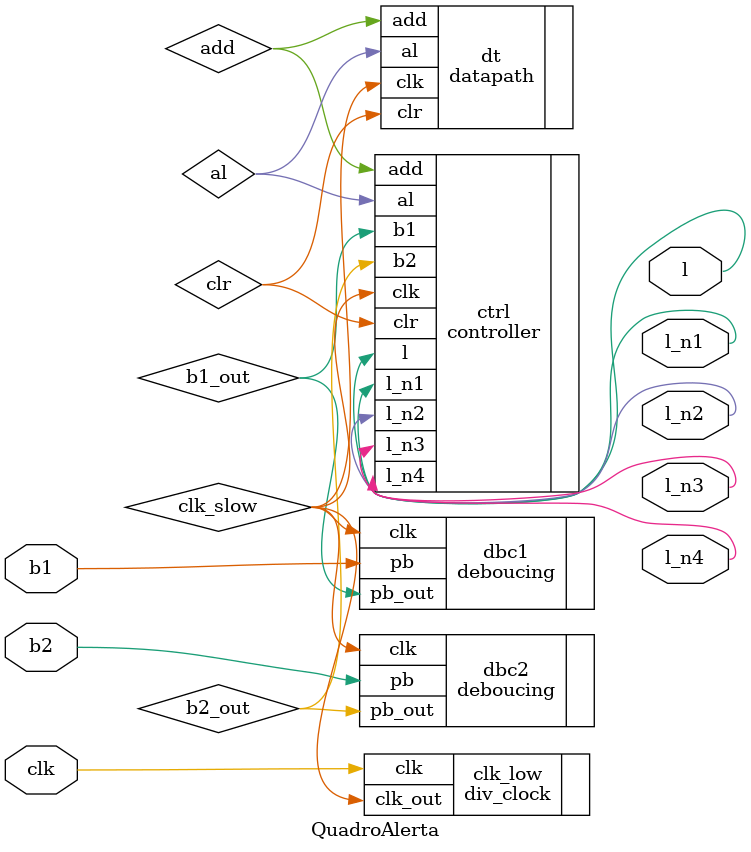
<source format=sv>
module QuadroAlerta(
    input logic b1, b2, clk,
    output logic l, l_n1, l_n2, l_n3, l_n4
);
wire logic clk_slow, add, clr, al, b1_out, b2_out;

div_clock clk_low(.clk(clk), .clk_out(clk_slow));

deboucing dbc1(.pb(b1), .clk(clk_slow), .pb_out(b1_out));
deboucing dbc2(.pb(b2), .clk(clk_slow), .pb_out(b2_out));

datapath dt(.add(add), .clr(clr), .clk(clk_slow), .al(al));
controller ctrl(.b1(b1_out), .b2(b2_out), .al(al), .clk(clk_slow), .l(l), .add(add), .clr(clr), .l_n1(l_n1), .l_n2(l_n2), .l_n3(l_n3), .l_n4(l_n4));

endmodule

</source>
